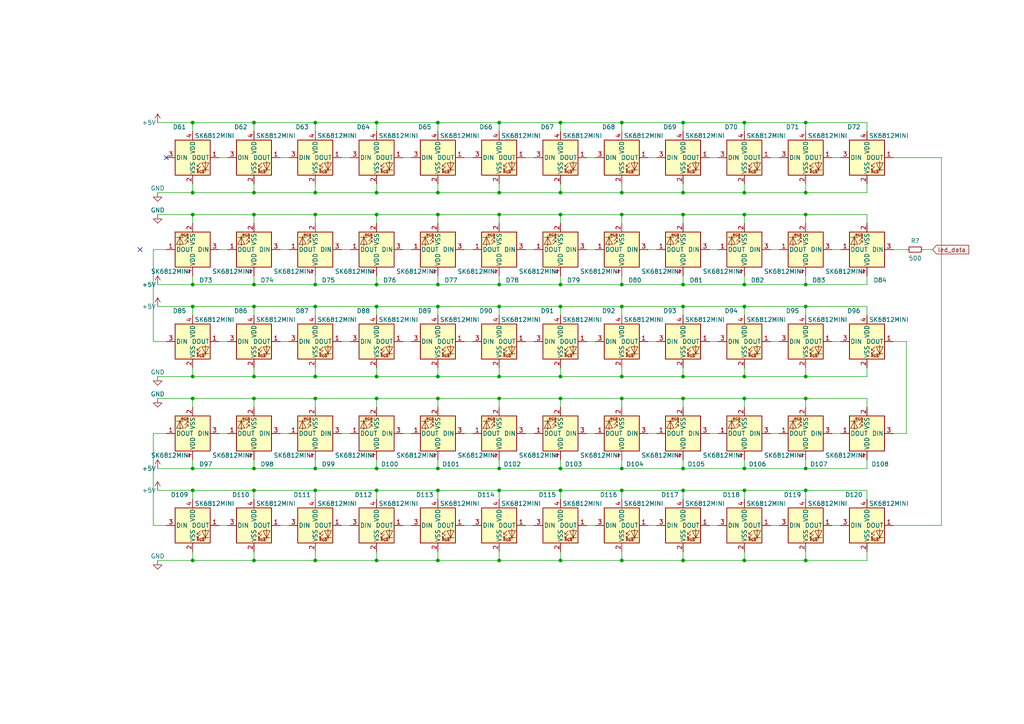
<source format=kicad_sch>
(kicad_sch (version 20211123) (generator eeschema)
  (paper "A4")
  (lib_symbols
    (symbol "Device:R_Small" (pin_numbers hide) (pin_names (offset 0.254) hide)
      (property "Reference" "R" (at 0.762 0.508 0))
      (property "Value" "R_Small" (at 0.762 -1.016 0))
      (symbol "R_Small_0_1"
        (rectangle (start -0.762 1.778) (end 0.762 -1.778) (stroke (width 0.2032)))
      )
      (symbol "R_Small_1_1"
        (pin passive line (at 0 2.54 270) (length 0.762) (name "~") (number "1"))
        (pin passive line (at 0 -2.54 90) (length 0.762) (name "~") (number "2"))
      )
    )
    (symbol "LED:SK6812MINI" (pin_names (offset 0.254))
      (property "Reference" "D" (at 5.08 5.715 0))
      (property "Value" "SK6812MINI" (at 1.27 -5.715 0))
      (symbol "SK6812MINI_0_0"
        (text "RGB" (at 2.286 -4.191 0) (effects (font (size 0.762 0.762))))
      )
      (symbol "SK6812MINI_0_1"
        (polyline (pts (xy 1.27 -3.556) (xy 1.778 -3.556)))
        (polyline (pts (xy 1.27 -2.54) (xy 1.778 -2.54)))
        (polyline (pts (xy 4.699 -3.556) (xy 2.667 -3.556)))
        (polyline (pts (xy 2.286 -2.54) (xy 1.27 -3.556) (xy 1.27 -3.048)))
        (polyline (pts (xy 2.286 -1.524) (xy 1.27 -2.54) (xy 1.27 -2.032)))
        (polyline (pts (xy 3.683 -1.016) (xy 3.683 -3.556) (xy 3.683 -4.064)))
        (polyline (pts (xy 4.699 -1.524) (xy 2.667 -1.524) (xy 3.683 -3.556) (xy 4.699 -1.524)))
        (rectangle (start 5.08 5.08) (end -5.08 -5.08) (stroke (width 0.254)) (fill (type background)))
      )
      (symbol "SK6812MINI_1_1"
        (pin output line (at 7.62 0 180) (length 2.54) (name "DOUT") (number "1"))
        (pin power_in line (at 0 -7.62 90) (length 2.54) (name "VSS") (number "2"))
        (pin input line (at -7.62 0 0) (length 2.54) (name "DIN") (number "3"))
        (pin power_in line (at 0 7.62 270) (length 2.54) (name "VDD") (number "4"))
      )
    )
    (symbol "power:+5V" (power) (pin_names (offset 0))
      (property "Value" "+5V" (at 0 3.556 0))
      (symbol "+5V_0_1"
        (polyline (pts (xy -0.762 1.27) (xy 0 2.54)))
        (polyline (pts (xy 0 0) (xy 0 2.54)))
        (polyline (pts (xy 0 2.54) (xy 0.762 1.27)))
      )
      (symbol "+5V_1_1"
        (pin power_in line (at 0 0 90) (length 0) hide (name "+5V") (number "1"))
      )
    )
    (symbol "power:GND" (power) (pin_names (offset 0))
      (property "Value" "GND" (at 0 -3.81 0))
      (symbol "GND_0_1"
        (polyline (pts (xy 0 0) (xy 0 -1.27) (xy 1.27 -1.27) (xy 0 -2.54) (xy -1.27 -1.27) (xy 0 -1.27)))
      )
      (symbol "GND_1_1"
        (pin power_in line (at 0 0 270) (length 0) hide (name "GND") (number "1"))
      )
    )
  )
  (junction (at 91.44 55.88))
  (junction (at 73.66 35.56))
  (junction (at 91.44 62.23))
  (junction (at 127 142.24))
  (junction (at 233.68 88.9))
  (junction (at 233.68 142.24))
  (junction (at 144.78 109.22))
  (junction (at 233.68 115.57))
  (junction (at 180.34 88.9))
  (junction (at 127 55.88))
  (junction (at 144.78 88.9))
  (junction (at 215.9 115.57))
  (junction (at 109.22 55.88))
  (junction (at 55.88 62.23))
  (junction (at 144.78 135.89))
  (junction (at 144.78 162.56))
  (junction (at 55.88 55.88))
  (junction (at 127 88.9))
  (junction (at 144.78 62.23))
  (junction (at 162.56 82.55))
  (junction (at 144.78 142.24))
  (junction (at 73.66 62.23))
  (junction (at 91.44 115.57))
  (junction (at 198.12 135.89))
  (junction (at 109.22 82.55))
  (junction (at 198.12 162.56))
  (junction (at 55.88 88.9))
  (junction (at 215.9 88.9))
  (junction (at 162.56 88.9))
  (junction (at 91.44 162.56))
  (junction (at 215.9 109.22))
  (junction (at 127 109.22))
  (junction (at 127 135.89))
  (junction (at 180.34 55.88))
  (junction (at 215.9 162.56))
  (junction (at 180.34 62.23))
  (junction (at 233.68 109.22))
  (junction (at 233.68 55.88))
  (junction (at 127 162.56))
  (junction (at 91.44 135.89))
  (junction (at 127 35.56))
  (junction (at 109.22 142.24))
  (junction (at 180.34 142.24))
  (junction (at 233.68 62.23))
  (junction (at 73.66 135.89))
  (junction (at 55.88 35.56))
  (junction (at 144.78 55.88))
  (junction (at 55.88 109.22))
  (junction (at 198.12 62.23))
  (junction (at 198.12 82.55))
  (junction (at 198.12 115.57))
  (junction (at 73.66 109.22))
  (junction (at 109.22 62.23))
  (junction (at 162.56 35.56))
  (junction (at 109.22 115.57))
  (junction (at 127 115.57))
  (junction (at 55.88 142.24))
  (junction (at 233.68 82.55))
  (junction (at 127 62.23))
  (junction (at 233.68 35.56))
  (junction (at 198.12 142.24))
  (junction (at 55.88 135.89))
  (junction (at 198.12 88.9))
  (junction (at 127 82.55))
  (junction (at 162.56 109.22))
  (junction (at 109.22 135.89))
  (junction (at 55.88 82.55))
  (junction (at 73.66 162.56))
  (junction (at 180.34 109.22))
  (junction (at 162.56 162.56))
  (junction (at 91.44 35.56))
  (junction (at 162.56 55.88))
  (junction (at 180.34 115.57))
  (junction (at 91.44 109.22))
  (junction (at 144.78 82.55))
  (junction (at 144.78 35.56))
  (junction (at 144.78 115.57))
  (junction (at 162.56 142.24))
  (junction (at 109.22 35.56))
  (junction (at 109.22 162.56))
  (junction (at 91.44 142.24))
  (junction (at 233.68 135.89))
  (junction (at 215.9 55.88))
  (junction (at 73.66 82.55))
  (junction (at 215.9 142.24))
  (junction (at 91.44 82.55))
  (junction (at 73.66 55.88))
  (junction (at 180.34 82.55))
  (junction (at 215.9 62.23))
  (junction (at 198.12 35.56))
  (junction (at 233.68 162.56))
  (junction (at 180.34 135.89))
  (junction (at 109.22 88.9))
  (junction (at 180.34 162.56))
  (junction (at 91.44 88.9))
  (junction (at 55.88 115.57))
  (junction (at 162.56 115.57))
  (junction (at 180.34 35.56))
  (junction (at 198.12 55.88))
  (junction (at 73.66 142.24))
  (junction (at 215.9 35.56))
  (junction (at 198.12 109.22))
  (junction (at 162.56 135.89))
  (junction (at 73.66 88.9))
  (junction (at 215.9 135.89))
  (junction (at 55.88 162.56))
  (junction (at 215.9 82.55))
  (junction (at 162.56 62.23))
  (junction (at 109.22 109.22))
  (junction (at 73.66 115.57))
  (no_connect (at 40.64 72.39))
  (no_connect (at 48.26 45.72))
  (wire (pts (xy 91.44 115.57) (xy 109.22 115.57)))
  (wire (pts (xy 215.9 82.55) (xy 233.68 82.55)))
  (wire (pts (xy 55.88 142.24) (xy 73.66 142.24)))
  (wire (pts (xy 215.9 53.34) (xy 215.9 55.88)))
  (wire (pts (xy 162.56 115.57) (xy 162.56 118.11)))
  (wire (pts (xy 215.9 88.9) (xy 233.68 88.9)))
  (wire (pts (xy 198.12 162.56) (xy 215.9 162.56)))
  (wire (pts (xy 91.44 35.56) (xy 109.22 35.56)))
  (wire (pts (xy 134.62 152.4) (xy 137.16 152.4)))
  (wire (pts (xy 109.22 109.22) (xy 127 109.22)))
  (wire (pts (xy 180.34 53.34) (xy 180.34 55.88)))
  (wire (pts (xy 251.46 162.56) (xy 251.46 160.02)))
  (wire (pts (xy 215.9 162.56) (xy 233.68 162.56)))
  (wire (pts (xy 91.44 88.9) (xy 91.44 91.44)))
  (wire (pts (xy 63.5 152.4) (xy 66.04 152.4)))
  (wire (pts (xy 251.46 88.9) (xy 251.46 91.44)))
  (wire (pts (xy 251.46 82.55) (xy 251.46 80.01)))
  (wire (pts (xy 162.56 162.56) (xy 180.34 162.56)))
  (wire (pts (xy 55.88 115.57) (xy 73.66 115.57)))
  (wire (pts (xy 73.66 62.23) (xy 73.66 64.77)))
  (wire (pts (xy 198.12 115.57) (xy 198.12 118.11)))
  (wire (pts (xy 116.84 125.73) (xy 119.38 125.73)))
  (wire (pts (xy 91.44 133.35) (xy 91.44 135.89)))
  (wire (pts (xy 127 135.89) (xy 144.78 135.89)))
  (wire (pts (xy 73.66 106.68) (xy 73.66 109.22)))
  (wire (pts (xy 144.78 82.55) (xy 162.56 82.55)))
  (wire (pts (xy 198.12 82.55) (xy 215.9 82.55)))
  (wire (pts (xy 198.12 62.23) (xy 198.12 64.77)))
  (wire (pts (xy 180.34 162.56) (xy 198.12 162.56)))
  (wire (pts (xy 233.68 82.55) (xy 251.46 82.55)))
  (wire (pts (xy 91.44 160.02) (xy 91.44 162.56)))
  (wire (pts (xy 99.06 152.4) (xy 101.6 152.4)))
  (wire (pts (xy 55.88 135.89) (xy 73.66 135.89)))
  (wire (pts (xy 162.56 88.9) (xy 162.56 91.44)))
  (wire (pts (xy 198.12 55.88) (xy 215.9 55.88)))
  (wire (pts (xy 198.12 80.01) (xy 198.12 82.55)))
  (wire (pts (xy 91.44 109.22) (xy 109.22 109.22)))
  (wire (pts (xy 91.44 82.55) (xy 109.22 82.55)))
  (wire (pts (xy 162.56 62.23) (xy 180.34 62.23)))
  (wire (pts (xy 127 162.56) (xy 144.78 162.56)))
  (wire (pts (xy 45.72 109.22) (xy 55.88 109.22)))
  (wire (pts (xy 233.68 162.56) (xy 251.46 162.56)))
  (wire (pts (xy 109.22 115.57) (xy 109.22 118.11)))
  (wire (pts (xy 180.34 88.9) (xy 198.12 88.9)))
  (wire (pts (xy 162.56 80.01) (xy 162.56 82.55)))
  (wire (pts (xy 180.34 133.35) (xy 180.34 135.89)))
  (wire (pts (xy 180.34 115.57) (xy 198.12 115.57)))
  (wire (pts (xy 162.56 135.89) (xy 180.34 135.89)))
  (wire (pts (xy 162.56 106.68) (xy 162.56 109.22)))
  (wire (pts (xy 187.96 72.39) (xy 190.5 72.39)))
  (wire (pts (xy 267.97 72.39) (xy 270.51 72.39)))
  (wire (pts (xy 251.46 115.57) (xy 251.46 118.11)))
  (wire (pts (xy 162.56 62.23) (xy 162.56 64.77)))
  (wire (pts (xy 116.84 45.72) (xy 119.38 45.72)))
  (wire (pts (xy 144.78 160.02) (xy 144.78 162.56)))
  (wire (pts (xy 81.28 72.39) (xy 83.82 72.39)))
  (wire (pts (xy 73.66 115.57) (xy 91.44 115.57)))
  (wire (pts (xy 198.12 88.9) (xy 215.9 88.9)))
  (wire (pts (xy 55.88 55.88) (xy 73.66 55.88)))
  (wire (pts (xy 152.4 99.06) (xy 154.94 99.06)))
  (wire (pts (xy 109.22 135.89) (xy 127 135.89)))
  (wire (pts (xy 109.22 133.35) (xy 109.22 135.89)))
  (wire (pts (xy 233.68 62.23) (xy 233.68 64.77)))
  (wire (pts (xy 91.44 142.24) (xy 91.44 144.78)))
  (wire (pts (xy 109.22 106.68) (xy 109.22 109.22)))
  (wire (pts (xy 127 80.01) (xy 127 82.55)))
  (wire (pts (xy 198.12 160.02) (xy 198.12 162.56)))
  (wire (pts (xy 73.66 142.24) (xy 91.44 142.24)))
  (wire (pts (xy 109.22 55.88) (xy 127 55.88)))
  (wire (pts (xy 45.72 35.56) (xy 55.88 35.56)))
  (wire (pts (xy 180.34 35.56) (xy 198.12 35.56)))
  (wire (pts (xy 44.45 99.06) (xy 48.26 99.06)))
  (wire (pts (xy 233.68 115.57) (xy 233.68 118.11)))
  (wire (pts (xy 215.9 80.01) (xy 215.9 82.55)))
  (wire (pts (xy 215.9 142.24) (xy 233.68 142.24)))
  (wire (pts (xy 162.56 88.9) (xy 180.34 88.9)))
  (wire (pts (xy 91.44 135.89) (xy 109.22 135.89)))
  (wire (pts (xy 73.66 109.22) (xy 91.44 109.22)))
  (wire (pts (xy 233.68 88.9) (xy 251.46 88.9)))
  (wire (pts (xy 198.12 53.34) (xy 198.12 55.88)))
  (wire (pts (xy 127 62.23) (xy 127 64.77)))
  (wire (pts (xy 55.88 91.44) (xy 55.88 88.9)))
  (wire (pts (xy 233.68 115.57) (xy 251.46 115.57)))
  (wire (pts (xy 63.5 99.06) (xy 66.04 99.06)))
  (wire (pts (xy 44.45 125.73) (xy 48.26 125.73)))
  (wire (pts (xy 215.9 88.9) (xy 215.9 91.44)))
  (wire (pts (xy 170.18 99.06) (xy 172.72 99.06)))
  (wire (pts (xy 73.66 160.02) (xy 73.66 162.56)))
  (wire (pts (xy 127 142.24) (xy 127 144.78)))
  (wire (pts (xy 144.78 53.34) (xy 144.78 55.88)))
  (wire (pts (xy 144.78 88.9) (xy 162.56 88.9)))
  (wire (pts (xy 63.5 72.39) (xy 66.04 72.39)))
  (wire (pts (xy 73.66 35.56) (xy 73.66 38.1)))
  (wire (pts (xy 45.72 142.24) (xy 55.88 142.24)))
  (wire (pts (xy 187.96 152.4) (xy 190.5 152.4)))
  (wire (pts (xy 223.52 72.39) (xy 226.06 72.39)))
  (wire (pts (xy 162.56 115.57) (xy 180.34 115.57)))
  (wire (pts (xy 81.28 125.73) (xy 83.82 125.73)))
  (wire (pts (xy 198.12 35.56) (xy 198.12 38.1)))
  (wire (pts (xy 273.05 152.4) (xy 273.05 45.72)))
  (wire (pts (xy 233.68 88.9) (xy 233.68 91.44)))
  (wire (pts (xy 241.3 45.72) (xy 243.84 45.72)))
  (wire (pts (xy 144.78 62.23) (xy 144.78 64.77)))
  (wire (pts (xy 187.96 99.06) (xy 190.5 99.06)))
  (wire (pts (xy 170.18 152.4) (xy 172.72 152.4)))
  (wire (pts (xy 162.56 142.24) (xy 162.56 144.78)))
  (wire (pts (xy 134.62 125.73) (xy 137.16 125.73)))
  (wire (pts (xy 180.34 80.01) (xy 180.34 82.55)))
  (wire (pts (xy 73.66 142.24) (xy 73.66 144.78)))
  (wire (pts (xy 162.56 35.56) (xy 162.56 38.1)))
  (wire (pts (xy 55.88 162.56) (xy 73.66 162.56)))
  (wire (pts (xy 127 88.9) (xy 144.78 88.9)))
  (wire (pts (xy 45.72 82.55) (xy 55.88 82.55)))
  (wire (pts (xy 233.68 106.68) (xy 233.68 109.22)))
  (wire (pts (xy 55.88 118.11) (xy 55.88 115.57)))
  (wire (pts (xy 55.88 62.23) (xy 73.66 62.23)))
  (wire (pts (xy 55.88 38.1) (xy 55.88 35.56)))
  (wire (pts (xy 44.45 72.39) (xy 44.45 99.06)))
  (wire (pts (xy 180.34 88.9) (xy 180.34 91.44)))
  (wire (pts (xy 180.34 106.68) (xy 180.34 109.22)))
  (wire (pts (xy 162.56 133.35) (xy 162.56 135.89)))
  (wire (pts (xy 259.08 45.72) (xy 273.05 45.72)))
  (wire (pts (xy 144.78 115.57) (xy 162.56 115.57)))
  (wire (pts (xy 251.46 55.88) (xy 251.46 53.34)))
  (wire (pts (xy 109.22 88.9) (xy 127 88.9)))
  (wire (pts (xy 180.34 142.24) (xy 180.34 144.78)))
  (wire (pts (xy 152.4 125.73) (xy 154.94 125.73)))
  (wire (pts (xy 259.08 72.39) (xy 262.89 72.39)))
  (wire (pts (xy 205.74 45.72) (xy 208.28 45.72)))
  (wire (pts (xy 127 62.23) (xy 144.78 62.23)))
  (wire (pts (xy 55.88 82.55) (xy 73.66 82.55)))
  (wire (pts (xy 45.72 88.9) (xy 55.88 88.9)))
  (wire (pts (xy 99.06 99.06) (xy 101.6 99.06)))
  (wire (pts (xy 109.22 80.01) (xy 109.22 82.55)))
  (wire (pts (xy 144.78 142.24) (xy 144.78 144.78)))
  (wire (pts (xy 45.72 162.56) (xy 55.88 162.56)))
  (wire (pts (xy 215.9 135.89) (xy 233.68 135.89)))
  (wire (pts (xy 109.22 35.56) (xy 109.22 38.1)))
  (wire (pts (xy 162.56 53.34) (xy 162.56 55.88)))
  (wire (pts (xy 116.84 99.06) (xy 119.38 99.06)))
  (wire (pts (xy 187.96 45.72) (xy 190.5 45.72)))
  (wire (pts (xy 251.46 62.23) (xy 251.46 64.77)))
  (wire (pts (xy 198.12 142.24) (xy 215.9 142.24)))
  (wire (pts (xy 215.9 109.22) (xy 233.68 109.22)))
  (wire (pts (xy 116.84 152.4) (xy 119.38 152.4)))
  (wire (pts (xy 109.22 35.56) (xy 127 35.56)))
  (wire (pts (xy 205.74 152.4) (xy 208.28 152.4)))
  (wire (pts (xy 55.88 106.68) (xy 55.88 109.22)))
  (wire (pts (xy 198.12 35.56) (xy 215.9 35.56)))
  (wire (pts (xy 241.3 125.73) (xy 243.84 125.73)))
  (wire (pts (xy 99.06 72.39) (xy 101.6 72.39)))
  (wire (pts (xy 91.44 115.57) (xy 91.44 118.11)))
  (wire (pts (xy 215.9 115.57) (xy 233.68 115.57)))
  (wire (pts (xy 251.46 135.89) (xy 251.46 133.35)))
  (wire (pts (xy 205.74 125.73) (xy 208.28 125.73)))
  (wire (pts (xy 44.45 125.73) (xy 44.45 152.4)))
  (wire (pts (xy 152.4 45.72) (xy 154.94 45.72)))
  (wire (pts (xy 91.44 35.56) (xy 91.44 38.1)))
  (wire (pts (xy 144.78 115.57) (xy 144.78 118.11)))
  (wire (pts (xy 241.3 72.39) (xy 243.84 72.39)))
  (wire (pts (xy 233.68 80.01) (xy 233.68 82.55)))
  (wire (pts (xy 262.89 99.06) (xy 262.89 125.73)))
  (wire (pts (xy 259.08 99.06) (xy 262.89 99.06)))
  (wire (pts (xy 233.68 142.24) (xy 233.68 144.78)))
  (wire (pts (xy 109.22 82.55) (xy 127 82.55)))
  (wire (pts (xy 127 133.35) (xy 127 135.89)))
  (wire (pts (xy 215.9 35.56) (xy 215.9 38.1)))
  (wire (pts (xy 215.9 133.35) (xy 215.9 135.89)))
  (wire (pts (xy 91.44 88.9) (xy 109.22 88.9)))
  (wire (pts (xy 215.9 55.88) (xy 233.68 55.88)))
  (wire (pts (xy 55.88 80.01) (xy 55.88 82.55)))
  (wire (pts (xy 127 53.34) (xy 127 55.88)))
  (wire (pts (xy 55.88 109.22) (xy 73.66 109.22)))
  (wire (pts (xy 198.12 142.24) (xy 198.12 144.78)))
  (wire (pts (xy 241.3 152.4) (xy 243.84 152.4)))
  (wire (pts (xy 180.34 62.23) (xy 180.34 64.77)))
  (wire (pts (xy 144.78 109.22) (xy 162.56 109.22)))
  (wire (pts (xy 198.12 62.23) (xy 215.9 62.23)))
  (wire (pts (xy 55.88 144.78) (xy 55.88 142.24)))
  (wire (pts (xy 134.62 45.72) (xy 137.16 45.72)))
  (wire (pts (xy 215.9 160.02) (xy 215.9 162.56)))
  (wire (pts (xy 198.12 115.57) (xy 215.9 115.57)))
  (wire (pts (xy 109.22 62.23) (xy 109.22 64.77)))
  (wire (pts (xy 73.66 82.55) (xy 91.44 82.55)))
  (wire (pts (xy 223.52 125.73) (xy 226.06 125.73)))
  (wire (pts (xy 152.4 152.4) (xy 154.94 152.4)))
  (wire (pts (xy 109.22 142.24) (xy 109.22 144.78)))
  (wire (pts (xy 215.9 62.23) (xy 215.9 64.77)))
  (wire (pts (xy 144.78 35.56) (xy 162.56 35.56)))
  (wire (pts (xy 109.22 162.56) (xy 127 162.56)))
  (wire (pts (xy 91.44 53.34) (xy 91.44 55.88)))
  (wire (pts (xy 187.96 125.73) (xy 190.5 125.73)))
  (wire (pts (xy 91.44 162.56) (xy 109.22 162.56)))
  (wire (pts (xy 233.68 142.24) (xy 251.46 142.24)))
  (wire (pts (xy 162.56 160.02) (xy 162.56 162.56)))
  (wire (pts (xy 73.66 88.9) (xy 73.66 91.44)))
  (wire (pts (xy 205.74 72.39) (xy 208.28 72.39)))
  (wire (pts (xy 215.9 62.23) (xy 233.68 62.23)))
  (wire (pts (xy 198.12 88.9) (xy 198.12 91.44)))
  (wire (pts (xy 109.22 115.57) (xy 127 115.57)))
  (wire (pts (xy 73.66 88.9) (xy 91.44 88.9)))
  (wire (pts (xy 233.68 53.34) (xy 233.68 55.88)))
  (wire (pts (xy 233.68 62.23) (xy 251.46 62.23)))
  (wire (pts (xy 180.34 115.57) (xy 180.34 118.11)))
  (wire (pts (xy 55.88 133.35) (xy 55.88 135.89)))
  (wire (pts (xy 162.56 109.22) (xy 180.34 109.22)))
  (wire (pts (xy 73.66 135.89) (xy 91.44 135.89)))
  (wire (pts (xy 144.78 162.56) (xy 162.56 162.56)))
  (wire (pts (xy 91.44 80.01) (xy 91.44 82.55)))
  (wire (pts (xy 144.78 80.01) (xy 144.78 82.55)))
  (wire (pts (xy 45.72 55.88) (xy 55.88 55.88)))
  (wire (pts (xy 152.4 72.39) (xy 154.94 72.39)))
  (wire (pts (xy 127 88.9) (xy 127 91.44)))
  (wire (pts (xy 144.78 55.88) (xy 162.56 55.88)))
  (wire (pts (xy 144.78 106.68) (xy 144.78 109.22)))
  (wire (pts (xy 251.46 109.22) (xy 251.46 106.68)))
  (wire (pts (xy 180.34 142.24) (xy 198.12 142.24)))
  (wire (pts (xy 144.78 135.89) (xy 162.56 135.89)))
  (wire (pts (xy 91.44 142.24) (xy 109.22 142.24)))
  (wire (pts (xy 73.66 115.57) (xy 73.66 118.11)))
  (wire (pts (xy 198.12 135.89) (xy 215.9 135.89)))
  (wire (pts (xy 180.34 62.23) (xy 198.12 62.23)))
  (wire (pts (xy 233.68 35.56) (xy 251.46 35.56)))
  (wire (pts (xy 127 115.57) (xy 144.78 115.57)))
  (wire (pts (xy 144.78 35.56) (xy 144.78 38.1)))
  (wire (pts (xy 91.44 106.68) (xy 91.44 109.22)))
  (wire (pts (xy 73.66 62.23) (xy 91.44 62.23)))
  (wire (pts (xy 91.44 62.23) (xy 109.22 62.23)))
  (wire (pts (xy 73.66 35.56) (xy 91.44 35.56)))
  (wire (pts (xy 99.06 45.72) (xy 101.6 45.72)))
  (wire (pts (xy 180.34 109.22) (xy 198.12 109.22)))
  (wire (pts (xy 259.08 125.73) (xy 262.89 125.73)))
  (wire (pts (xy 73.66 162.56) (xy 91.44 162.56)))
  (wire (pts (xy 144.78 142.24) (xy 162.56 142.24)))
  (wire (pts (xy 109.22 160.02) (xy 109.22 162.56)))
  (wire (pts (xy 198.12 106.68) (xy 198.12 109.22)))
  (wire (pts (xy 180.34 82.55) (xy 198.12 82.55)))
  (wire (pts (xy 205.74 99.06) (xy 208.28 99.06)))
  (wire (pts (xy 180.34 35.56) (xy 180.34 38.1)))
  (wire (pts (xy 215.9 35.56) (xy 233.68 35.56)))
  (wire (pts (xy 241.3 99.06) (xy 243.84 99.06)))
  (wire (pts (xy 144.78 62.23) (xy 162.56 62.23)))
  (wire (pts (xy 162.56 35.56) (xy 180.34 35.56)))
  (wire (pts (xy 81.28 45.72) (xy 83.82 45.72)))
  (wire (pts (xy 127 160.02) (xy 127 162.56)))
  (wire (pts (xy 259.08 152.4) (xy 273.05 152.4)))
  (wire (pts (xy 180.34 160.02) (xy 180.34 162.56)))
  (wire (pts (xy 251.46 35.56) (xy 251.46 38.1)))
  (wire (pts (xy 233.68 35.56) (xy 233.68 38.1)))
  (wire (pts (xy 109.22 62.23) (xy 127 62.23)))
  (wire (pts (xy 170.18 72.39) (xy 172.72 72.39)))
  (wire (pts (xy 251.46 142.24) (xy 251.46 144.78)))
  (wire (pts (xy 45.72 62.23) (xy 55.88 62.23)))
  (wire (pts (xy 134.62 99.06) (xy 137.16 99.06)))
  (wire (pts (xy 180.34 135.89) (xy 198.12 135.89)))
  (wire (pts (xy 73.66 80.01) (xy 73.66 82.55)))
  (wire (pts (xy 109.22 88.9) (xy 109.22 91.44)))
  (wire (pts (xy 55.88 64.77) (xy 55.88 62.23)))
  (wire (pts (xy 127 35.56) (xy 144.78 35.56)))
  (wire (pts (xy 134.62 72.39) (xy 137.16 72.39)))
  (wire (pts (xy 127 115.57) (xy 127 118.11)))
  (wire (pts (xy 162.56 82.55) (xy 180.34 82.55)))
  (wire (pts (xy 63.5 125.73) (xy 66.04 125.73)))
  (wire (pts (xy 144.78 133.35) (xy 144.78 135.89)))
  (wire (pts (xy 223.52 99.06) (xy 226.06 99.06)))
  (wire (pts (xy 198.12 133.35) (xy 198.12 135.89)))
  (wire (pts (xy 91.44 62.23) (xy 91.44 64.77)))
  (wire (pts (xy 116.84 72.39) (xy 119.38 72.39)))
  (wire (pts (xy 45.72 115.57) (xy 55.88 115.57)))
  (wire (pts (xy 233.68 133.35) (xy 233.68 135.89)))
  (wire (pts (xy 81.28 152.4) (xy 83.82 152.4)))
  (wire (pts (xy 223.52 152.4) (xy 226.06 152.4)))
  (wire (pts (xy 162.56 55.88) (xy 180.34 55.88)))
  (wire (pts (xy 81.28 99.06) (xy 83.82 99.06)))
  (wire (pts (xy 91.44 55.88) (xy 109.22 55.88)))
  (wire (pts (xy 55.88 160.02) (xy 55.88 162.56)))
  (wire (pts (xy 73.66 55.88) (xy 91.44 55.88)))
  (wire (pts (xy 198.12 109.22) (xy 215.9 109.22)))
  (wire (pts (xy 55.88 35.56) (xy 73.66 35.56)))
  (wire (pts (xy 127 55.88) (xy 144.78 55.88)))
  (wire (pts (xy 127 106.68) (xy 127 109.22)))
  (wire (pts (xy 170.18 45.72) (xy 172.72 45.72)))
  (wire (pts (xy 73.66 133.35) (xy 73.66 135.89)))
  (wire (pts (xy 73.66 53.34) (xy 73.66 55.88)))
  (wire (pts (xy 162.56 142.24) (xy 180.34 142.24)))
  (wire (pts (xy 215.9 115.57) (xy 215.9 118.11)))
  (wire (pts (xy 109.22 142.24) (xy 127 142.24)))
  (wire (pts (xy 233.68 55.88) (xy 251.46 55.88)))
  (wire (pts (xy 109.22 53.34) (xy 109.22 55.88)))
  (wire (pts (xy 223.52 45.72) (xy 226.06 45.72)))
  (wire (pts (xy 55.88 53.34) (xy 55.88 55.88)))
  (wire (pts (xy 44.45 152.4) (xy 48.26 152.4)))
  (wire (pts (xy 127 109.22) (xy 144.78 109.22)))
  (wire (pts (xy 215.9 142.24) (xy 215.9 144.78)))
  (wire (pts (xy 180.34 55.88) (xy 198.12 55.88)))
  (wire (pts (xy 215.9 106.68) (xy 215.9 109.22)))
  (wire (pts (xy 127 35.56) (xy 127 38.1)))
  (wire (pts (xy 144.78 88.9) (xy 144.78 91.44)))
  (wire (pts (xy 233.68 135.89) (xy 251.46 135.89)))
  (wire (pts (xy 63.5 45.72) (xy 66.04 45.72)))
  (wire (pts (xy 44.45 72.39) (xy 48.26 72.39)))
  (wire (pts (xy 233.68 160.02) (xy 233.68 162.56)))
  (wire (pts (xy 45.72 135.89) (xy 55.88 135.89)))
  (wire (pts (xy 233.68 109.22) (xy 251.46 109.22)))
  (wire (pts (xy 55.88 88.9) (xy 73.66 88.9)))
  (wire (pts (xy 170.18 125.73) (xy 172.72 125.73)))
  (wire (pts (xy 127 142.24) (xy 144.78 142.24)))
  (wire (pts (xy 99.06 125.73) (xy 101.6 125.73)))
  (wire (pts (xy 127 82.55) (xy 144.78 82.55)))
  (global_label "led_data" (shape input) (at 270.51 72.39 0) (property "Intersheet References" "${INTERSHEET_REFS}" (effects hide)))
  (symbol (lib_id "LED:SK6812MINI") (at 251.46 152.4 0) (unit 1)
    (property "Reference" "D120" (at 247.65 143.51 0))
    (property "Value" "SK6812MINI" (at 257.81 146.05 0))
    (property "Footprint" "Keebio-Parts:SK6812-MINI-E" (effects hide))
    (property "Datasheet" "https://cdn-shop.adafruit.com/product-files/2686/SK6812MINI_REV.01-1-2.pdf" (effects hide))
  )
  (symbol (lib_id "LED:SK6812MINI") (at 251.46 125.73 180) (unit 1)
    (property "Reference" "D108" (at 255.27 134.62 0))
    (property "Value" "SK6812MINI" (at 245.11 132.08 0))
    (property "Footprint" "Keebio-Parts:SK6812-MINI-E" (effects hide))
    (property "Datasheet" "https://cdn-shop.adafruit.com/product-files/2686/SK6812MINI_REV.01-1-2.pdf" (effects hide))
  )
  (symbol (lib_id "LED:SK6812MINI") (at 91.44 152.4 0) (unit 1)
    (property "Reference" "D111" (at 87.63 143.51 0))
    (property "Value" "SK6812MINI" (at 97.79 146.05 0))
    (property "Footprint" "Keebio-Parts:SK6812-MINI-E" (effects hide))
    (property "Datasheet" "https://cdn-shop.adafruit.com/product-files/2686/SK6812MINI_REV.01-1-2.pdf" (effects hide))
  )
  (symbol (lib_id "LED:SK6812MINI") (at 127 72.39 180) (unit 1)
    (property "Reference" "D77" (at 130.81 81.28 0))
    (property "Value" "SK6812MINI" (at 120.65 78.74 0))
    (property "Footprint" "Keebio-Parts:SK6812-MINI-E" (effects hide))
    (property "Datasheet" "https://cdn-shop.adafruit.com/product-files/2686/SK6812MINI_REV.01-1-2.pdf" (effects hide))
  )
  (symbol (lib_id "power:+5V") (at 45.72 82.55 0) (unit 1)
    (property "Reference" "#PWR0103" (effects hide))
    (property "Value" "+5V" (at 43.18 82.55 0))
  )
  (symbol (lib_id "power:GND") (at 45.72 62.23 0) (unit 1)
    (property "Reference" "#PWR0102" (effects hide))
    (property "Value" "GND" (at 45.72 60.96 0))
  )
  (symbol (lib_id "LED:SK6812MINI") (at 73.66 45.72 0) (unit 1)
    (property "Reference" "D62" (at 69.85 36.83 0))
    (property "Value" "SK6812MINI" (at 80.01 39.37 0))
    (property "Footprint" "Keebio-Parts:SK6812-MINI-E" (effects hide))
    (property "Datasheet" "https://cdn-shop.adafruit.com/product-files/2686/SK6812MINI_REV.01-1-2.pdf" (effects hide))
  )
  (symbol (lib_id "LED:SK6812MINI") (at 91.44 125.73 180) (unit 1)
    (property "Reference" "D99" (at 95.25 134.62 0))
    (property "Value" "SK6812MINI" (at 85.09 132.08 0))
    (property "Footprint" "Keebio-Parts:SK6812-MINI-E" (effects hide))
    (property "Datasheet" "https://cdn-shop.adafruit.com/product-files/2686/SK6812MINI_REV.01-1-2.pdf" (effects hide))
  )
  (symbol (lib_id "LED:SK6812MINI") (at 198.12 152.4 0) (unit 1)
    (property "Reference" "D117" (at 194.31 143.51 0))
    (property "Value" "SK6812MINI" (at 204.47 146.05 0))
    (property "Footprint" "Keebio-Parts:SK6812-MINI-E" (effects hide))
    (property "Datasheet" "https://cdn-shop.adafruit.com/product-files/2686/SK6812MINI_REV.01-1-2.pdf" (effects hide))
  )
  (symbol (lib_id "LED:SK6812MINI") (at 144.78 152.4 0) (unit 1)
    (property "Reference" "D114" (at 140.97 143.51 0))
    (property "Value" "SK6812MINI" (at 151.13 146.05 0))
    (property "Footprint" "Keebio-Parts:SK6812-MINI-E" (effects hide))
    (property "Datasheet" "https://cdn-shop.adafruit.com/product-files/2686/SK6812MINI_REV.01-1-2.pdf" (effects hide))
  )
  (symbol (lib_id "LED:SK6812MINI") (at 109.22 152.4 0) (unit 1)
    (property "Reference" "D112" (at 105.41 143.51 0))
    (property "Value" "SK6812MINI" (at 115.57 146.05 0))
    (property "Footprint" "Keebio-Parts:SK6812-MINI-E" (effects hide))
    (property "Datasheet" "https://cdn-shop.adafruit.com/product-files/2686/SK6812MINI_REV.01-1-2.pdf" (effects hide))
  )
  (symbol (lib_id "LED:SK6812MINI") (at 198.12 125.73 180) (unit 1)
    (property "Reference" "D105" (at 201.93 134.62 0))
    (property "Value" "SK6812MINI" (at 191.77 132.08 0))
    (property "Footprint" "Keebio-Parts:SK6812-MINI-E" (effects hide))
    (property "Datasheet" "https://cdn-shop.adafruit.com/product-files/2686/SK6812MINI_REV.01-1-2.pdf" (effects hide))
  )
  (symbol (lib_id "LED:SK6812MINI") (at 215.9 99.06 0) (unit 1)
    (property "Reference" "D94" (at 212.09 90.17 0))
    (property "Value" "SK6812MINI" (at 222.25 92.71 0))
    (property "Footprint" "Keebio-Parts:SK6812-MINI-E" (effects hide))
    (property "Datasheet" "https://cdn-shop.adafruit.com/product-files/2686/SK6812MINI_REV.01-1-2.pdf" (effects hide))
  )
  (symbol (lib_id "LED:SK6812MINI") (at 91.44 72.39 180) (unit 1)
    (property "Reference" "D75" (at 95.25 81.28 0))
    (property "Value" "SK6812MINI" (at 85.09 78.74 0))
    (property "Footprint" "Keebio-Parts:SK6812-MINI-E" (effects hide))
    (property "Datasheet" "https://cdn-shop.adafruit.com/product-files/2686/SK6812MINI_REV.01-1-2.pdf" (effects hide))
  )
  (symbol (lib_id "power:GND") (at 45.72 55.88 0) (unit 1)
    (property "Reference" "#PWR05" (effects hide))
    (property "Value" "GND" (at 45.72 54.61 0))
  )
  (symbol (lib_id "LED:SK6812MINI") (at 73.66 152.4 0) (unit 1)
    (property "Reference" "D110" (at 69.85 143.51 0))
    (property "Value" "SK6812MINI" (at 80.01 146.05 0))
    (property "Footprint" "Keebio-Parts:SK6812-MINI-E" (effects hide))
    (property "Datasheet" "https://cdn-shop.adafruit.com/product-files/2686/SK6812MINI_REV.01-1-2.pdf" (effects hide))
  )
  (symbol (lib_id "LED:SK6812MINI") (at 144.78 72.39 180) (unit 1)
    (property "Reference" "D78" (at 148.59 81.28 0))
    (property "Value" "SK6812MINI" (at 138.43 78.74 0))
    (property "Footprint" "Keebio-Parts:SK6812-MINI-E" (effects hide))
    (property "Datasheet" "https://cdn-shop.adafruit.com/product-files/2686/SK6812MINI_REV.01-1-2.pdf" (effects hide))
  )
  (symbol (lib_id "LED:SK6812MINI") (at 198.12 72.39 180) (unit 1)
    (property "Reference" "D81" (at 201.93 81.28 0))
    (property "Value" "SK6812MINI" (at 191.77 78.74 0))
    (property "Footprint" "Keebio-Parts:SK6812-MINI-E" (effects hide))
    (property "Datasheet" "https://cdn-shop.adafruit.com/product-files/2686/SK6812MINI_REV.01-1-2.pdf" (effects hide))
  )
  (symbol (lib_id "LED:SK6812MINI") (at 127 152.4 0) (unit 1)
    (property "Reference" "D113" (at 123.19 143.51 0))
    (property "Value" "SK6812MINI" (at 133.35 146.05 0))
    (property "Footprint" "Keebio-Parts:SK6812-MINI-E" (effects hide))
    (property "Datasheet" "https://cdn-shop.adafruit.com/product-files/2686/SK6812MINI_REV.01-1-2.pdf" (effects hide))
  )
  (symbol (lib_id "LED:SK6812MINI") (at 162.56 125.73 180) (unit 1)
    (property "Reference" "D103" (at 166.37 134.62 0))
    (property "Value" "SK6812MINI" (at 156.21 132.08 0))
    (property "Footprint" "Keebio-Parts:SK6812-MINI-E" (effects hide))
    (property "Datasheet" "https://cdn-shop.adafruit.com/product-files/2686/SK6812MINI_REV.01-1-2.pdf" (effects hide))
  )
  (symbol (lib_id "LED:SK6812MINI") (at 162.56 45.72 0) (unit 1)
    (property "Reference" "D67" (at 158.75 36.83 0))
    (property "Value" "SK6812MINI" (at 168.91 39.37 0))
    (property "Footprint" "Keebio-Parts:SK6812-MINI-E" (effects hide))
    (property "Datasheet" "https://cdn-shop.adafruit.com/product-files/2686/SK6812MINI_REV.01-1-2.pdf" (effects hide))
  )
  (symbol (lib_id "LED:SK6812MINI") (at 215.9 152.4 0) (unit 1)
    (property "Reference" "D118" (at 212.09 143.51 0))
    (property "Value" "SK6812MINI" (at 222.25 146.05 0))
    (property "Footprint" "Keebio-Parts:SK6812-MINI-E" (effects hide))
    (property "Datasheet" "https://cdn-shop.adafruit.com/product-files/2686/SK6812MINI_REV.01-1-2.pdf" (effects hide))
  )
  (symbol (lib_id "LED:SK6812MINI") (at 73.66 72.39 180) (unit 1)
    (property "Reference" "D74" (at 77.47 81.28 0))
    (property "Value" "SK6812MINI" (at 67.31 78.74 0))
    (property "Footprint" "Keebio-Parts:SK6812-MINI-E" (effects hide))
    (property "Datasheet" "https://cdn-shop.adafruit.com/product-files/2686/SK6812MINI_REV.01-1-2.pdf" (effects hide))
  )
  (symbol (lib_id "power:+5V") (at 45.72 142.24 0) (unit 1)
    (property "Reference" "#PWR012" (effects hide))
    (property "Value" "+5V" (at 43.18 142.24 0))
  )
  (symbol (lib_id "LED:SK6812MINI") (at 233.68 45.72 0) (unit 1)
    (property "Reference" "D71" (at 229.87 36.83 0))
    (property "Value" "SK6812MINI" (at 240.03 39.37 0))
    (property "Footprint" "Keebio-Parts:SK6812-MINI-E" (effects hide))
    (property "Datasheet" "https://cdn-shop.adafruit.com/product-files/2686/SK6812MINI_REV.01-1-2.pdf" (effects hide))
  )
  (symbol (lib_id "LED:SK6812MINI") (at 91.44 45.72 0) (unit 1)
    (property "Reference" "D63" (at 87.63 36.83 0))
    (property "Value" "SK6812MINI" (at 97.79 39.37 0))
    (property "Footprint" "Keebio-Parts:SK6812-MINI-E" (effects hide))
    (property "Datasheet" "https://cdn-shop.adafruit.com/product-files/2686/SK6812MINI_REV.01-1-2.pdf" (effects hide))
  )
  (symbol (lib_id "LED:SK6812MINI") (at 73.66 125.73 180) (unit 1)
    (property "Reference" "D98" (at 77.47 134.62 0))
    (property "Value" "SK6812MINI" (at 67.31 132.08 0))
    (property "Footprint" "Keebio-Parts:SK6812-MINI-E" (effects hide))
    (property "Datasheet" "https://cdn-shop.adafruit.com/product-files/2686/SK6812MINI_REV.01-1-2.pdf" (effects hide))
  )
  (symbol (lib_id "LED:SK6812MINI") (at 55.88 72.39 180) (unit 1)
    (property "Reference" "D73" (at 59.69 81.28 0))
    (property "Value" "SK6812MINI" (at 49.53 78.74 0))
    (property "Footprint" "Keebio-Parts:SK6812-MINI-E" (effects hide))
    (property "Datasheet" "https://cdn-shop.adafruit.com/product-files/2686/SK6812MINI_REV.01-1-2.pdf" (effects hide))
  )
  (symbol (lib_id "LED:SK6812MINI") (at 109.22 99.06 0) (unit 1)
    (property "Reference" "D88" (at 105.41 90.17 0))
    (property "Value" "SK6812MINI" (at 115.57 92.71 0))
    (property "Footprint" "Keebio-Parts:SK6812-MINI-E" (effects hide))
    (property "Datasheet" "https://cdn-shop.adafruit.com/product-files/2686/SK6812MINI_REV.01-1-2.pdf" (effects hide))
  )
  (symbol (lib_id "LED:SK6812MINI") (at 73.66 99.06 0) (unit 1)
    (property "Reference" "D86" (at 69.85 90.17 0))
    (property "Value" "SK6812MINI" (at 80.01 92.71 0))
    (property "Footprint" "Keebio-Parts:SK6812-MINI-E" (effects hide))
    (property "Datasheet" "https://cdn-shop.adafruit.com/product-files/2686/SK6812MINI_REV.01-1-2.pdf" (effects hide))
  )
  (symbol (lib_id "LED:SK6812MINI") (at 91.44 99.06 0) (unit 1)
    (property "Reference" "D87" (at 87.63 90.17 0))
    (property "Value" "SK6812MINI" (at 97.79 92.71 0))
    (property "Footprint" "Keebio-Parts:SK6812-MINI-E" (effects hide))
    (property "Datasheet" "https://cdn-shop.adafruit.com/product-files/2686/SK6812MINI_REV.01-1-2.pdf" (effects hide))
  )
  (symbol (lib_id "power:+5V") (at 45.72 88.9 0) (unit 1)
    (property "Reference" "#PWR08" (effects hide))
    (property "Value" "+5V" (at 43.18 88.9 0))
  )
  (symbol (lib_id "LED:SK6812MINI") (at 109.22 45.72 0) (unit 1)
    (property "Reference" "D64" (at 105.41 36.83 0))
    (property "Value" "SK6812MINI" (at 115.57 39.37 0))
    (property "Footprint" "Keebio-Parts:SK6812-MINI-E" (effects hide))
    (property "Datasheet" "https://cdn-shop.adafruit.com/product-files/2686/SK6812MINI_REV.01-1-2.pdf" (effects hide))
  )
  (symbol (lib_id "LED:SK6812MINI") (at 180.34 45.72 0) (unit 1)
    (property "Reference" "D68" (at 176.53 36.83 0))
    (property "Value" "SK6812MINI" (at 186.69 39.37 0))
    (property "Footprint" "Keebio-Parts:SK6812-MINI-E" (effects hide))
    (property "Datasheet" "https://cdn-shop.adafruit.com/product-files/2686/SK6812MINI_REV.01-1-2.pdf" (effects hide))
  )
  (symbol (lib_id "LED:SK6812MINI") (at 233.68 152.4 0) (unit 1)
    (property "Reference" "D119" (at 229.87 143.51 0))
    (property "Value" "SK6812MINI" (at 240.03 146.05 0))
    (property "Footprint" "Keebio-Parts:SK6812-MINI-E" (effects hide))
    (property "Datasheet" "https://cdn-shop.adafruit.com/product-files/2686/SK6812MINI_REV.01-1-2.pdf" (effects hide))
  )
  (symbol (lib_id "LED:SK6812MINI") (at 180.34 99.06 0) (unit 1)
    (property "Reference" "D92" (at 176.53 90.17 0))
    (property "Value" "SK6812MINI" (at 186.69 92.71 0))
    (property "Footprint" "Keebio-Parts:SK6812-MINI-E" (effects hide))
    (property "Datasheet" "https://cdn-shop.adafruit.com/product-files/2686/SK6812MINI_REV.01-1-2.pdf" (effects hide))
  )
  (symbol (lib_id "power:+5V") (at 45.72 135.89 0) (unit 1)
    (property "Reference" "#PWR0104" (effects hide))
    (property "Value" "+5V" (at 43.18 135.89 0))
  )
  (symbol (lib_id "LED:SK6812MINI") (at 109.22 125.73 180) (unit 1)
    (property "Reference" "D100" (at 113.03 134.62 0))
    (property "Value" "SK6812MINI" (at 102.87 132.08 0))
    (property "Footprint" "Keebio-Parts:SK6812-MINI-E" (effects hide))
    (property "Datasheet" "https://cdn-shop.adafruit.com/product-files/2686/SK6812MINI_REV.01-1-2.pdf" (effects hide))
  )
  (symbol (lib_id "LED:SK6812MINI") (at 180.34 72.39 180) (unit 1)
    (property "Reference" "D80" (at 184.15 81.28 0))
    (property "Value" "SK6812MINI" (at 173.99 78.74 0))
    (property "Footprint" "Keebio-Parts:SK6812-MINI-E" (effects hide))
    (property "Datasheet" "https://cdn-shop.adafruit.com/product-files/2686/SK6812MINI_REV.01-1-2.pdf" (effects hide))
  )
  (symbol (lib_id "Device:R_Small") (at 265.43 72.39 90) (unit 1)
    (property "Reference" "R?" (at 265.43 69.85 90))
    (property "Value" "500" (at 265.43 74.93 90))
    (property "Footprint" "Resistor_SMD:R_0805_2012Metric_Pad1.20x1.40mm_HandSolder" (effects hide))
  )
  (symbol (lib_id "LED:SK6812MINI") (at 215.9 125.73 180) (unit 1)
    (property "Reference" "D106" (at 219.71 134.62 0))
    (property "Value" "SK6812MINI" (at 209.55 132.08 0))
    (property "Footprint" "Keebio-Parts:SK6812-MINI-E" (effects hide))
    (property "Datasheet" "https://cdn-shop.adafruit.com/product-files/2686/SK6812MINI_REV.01-1-2.pdf" (effects hide))
  )
  (symbol (lib_id "LED:SK6812MINI") (at 127 45.72 0) (unit 1)
    (property "Reference" "D65" (at 123.19 36.83 0))
    (property "Value" "SK6812MINI" (at 133.35 39.37 0))
    (property "Footprint" "Keebio-Parts:SK6812-MINI-E" (effects hide))
    (property "Datasheet" "https://cdn-shop.adafruit.com/product-files/2686/SK6812MINI_REV.01-1-2.pdf" (effects hide))
  )
  (symbol (lib_id "LED:SK6812MINI") (at 233.68 99.06 0) (unit 1)
    (property "Reference" "D95" (at 229.87 90.17 0))
    (property "Value" "SK6812MINI" (at 240.03 92.71 0))
    (property "Footprint" "Keebio-Parts:SK6812-MINI-E" (effects hide))
    (property "Datasheet" "https://cdn-shop.adafruit.com/product-files/2686/SK6812MINI_REV.01-1-2.pdf" (effects hide))
  )
  (symbol (lib_id "LED:SK6812MINI") (at 144.78 45.72 0) (unit 1)
    (property "Reference" "D66" (at 140.97 36.83 0))
    (property "Value" "SK6812MINI" (at 151.13 39.37 0))
    (property "Footprint" "Keebio-Parts:SK6812-MINI-E" (effects hide))
    (property "Datasheet" "https://cdn-shop.adafruit.com/product-files/2686/SK6812MINI_REV.01-1-2.pdf" (effects hide))
  )
  (symbol (lib_id "LED:SK6812MINI") (at 198.12 99.06 0) (unit 1)
    (property "Reference" "D93" (at 194.31 90.17 0))
    (property "Value" "SK6812MINI" (at 204.47 92.71 0))
    (property "Footprint" "Keebio-Parts:SK6812-MINI-E" (effects hide))
    (property "Datasheet" "https://cdn-shop.adafruit.com/product-files/2686/SK6812MINI_REV.01-1-2.pdf" (effects hide))
  )
  (symbol (lib_id "LED:SK6812MINI") (at 144.78 125.73 180) (unit 1)
    (property "Reference" "D102" (at 148.59 134.62 0))
    (property "Value" "SK6812MINI" (at 138.43 132.08 0))
    (property "Footprint" "Keebio-Parts:SK6812-MINI-E" (effects hide))
    (property "Datasheet" "https://cdn-shop.adafruit.com/product-files/2686/SK6812MINI_REV.01-1-2.pdf" (effects hide))
  )
  (symbol (lib_id "LED:SK6812MINI") (at 251.46 99.06 0) (unit 1)
    (property "Reference" "D96" (at 247.65 90.17 0))
    (property "Value" "SK6812MINI" (at 257.81 92.71 0))
    (property "Footprint" "Keebio-Parts:SK6812-MINI-E" (effects hide))
    (property "Datasheet" "https://cdn-shop.adafruit.com/product-files/2686/SK6812MINI_REV.01-1-2.pdf" (effects hide))
  )
  (symbol (lib_id "power:+5V") (at 45.72 35.56 0) (unit 1)
    (property "Reference" "#PWR04" (effects hide))
    (property "Value" "+5V" (at 43.18 35.56 0))
  )
  (symbol (lib_id "power:GND") (at 45.72 115.57 0) (unit 1)
    (property "Reference" "#PWR0101" (effects hide))
    (property "Value" "GND" (at 45.72 114.3 0))
  )
  (symbol (lib_id "LED:SK6812MINI") (at 251.46 45.72 0) (unit 1)
    (property "Reference" "D72" (at 247.65 36.83 0))
    (property "Value" "SK6812MINI" (at 257.81 39.37 0))
    (property "Footprint" "Keebio-Parts:SK6812-MINI-E" (effects hide))
    (property "Datasheet" "https://cdn-shop.adafruit.com/product-files/2686/SK6812MINI_REV.01-1-2.pdf" (effects hide))
  )
  (symbol (lib_id "LED:SK6812MINI") (at 162.56 152.4 0) (unit 1)
    (property "Reference" "D115" (at 158.75 143.51 0))
    (property "Value" "SK6812MINI" (at 168.91 146.05 0))
    (property "Footprint" "Keebio-Parts:SK6812-MINI-E" (effects hide))
    (property "Datasheet" "https://cdn-shop.adafruit.com/product-files/2686/SK6812MINI_REV.01-1-2.pdf" (effects hide))
  )
  (symbol (lib_id "LED:SK6812MINI") (at 215.9 72.39 180) (unit 1)
    (property "Reference" "D82" (at 219.71 81.28 0))
    (property "Value" "SK6812MINI" (at 209.55 78.74 0))
    (property "Footprint" "Keebio-Parts:SK6812-MINI-E" (effects hide))
    (property "Datasheet" "https://cdn-shop.adafruit.com/product-files/2686/SK6812MINI_REV.01-1-2.pdf" (effects hide))
  )
  (symbol (lib_id "power:GND") (at 45.72 162.56 0) (unit 1)
    (property "Reference" "#PWR013" (effects hide))
    (property "Value" "GND" (at 45.72 161.29 0))
  )
  (symbol (lib_id "LED:SK6812MINI") (at 55.88 45.72 0) (unit 1)
    (property "Reference" "D61" (at 52.07 36.83 0))
    (property "Value" "SK6812MINI" (at 62.23 39.37 0))
    (property "Footprint" "Keebio-Parts:SK6812-MINI-E" (effects hide))
    (property "Datasheet" "https://cdn-shop.adafruit.com/product-files/2686/SK6812MINI_REV.01-1-2.pdf" (effects hide))
  )
  (symbol (lib_id "LED:SK6812MINI") (at 233.68 72.39 180) (unit 1)
    (property "Reference" "D83" (at 237.49 81.28 0))
    (property "Value" "SK6812MINI" (at 227.33 78.74 0))
    (property "Footprint" "Keebio-Parts:SK6812-MINI-E" (effects hide))
    (property "Datasheet" "https://cdn-shop.adafruit.com/product-files/2686/SK6812MINI_REV.01-1-2.pdf" (effects hide))
  )
  (symbol (lib_id "LED:SK6812MINI") (at 251.46 72.39 180) (unit 1)
    (property "Reference" "D84" (at 255.27 81.28 0))
    (property "Value" "SK6812MINI" (at 245.11 78.74 0))
    (property "Footprint" "Keebio-Parts:SK6812-MINI-E" (effects hide))
    (property "Datasheet" "https://cdn-shop.adafruit.com/product-files/2686/SK6812MINI_REV.01-1-2.pdf" (effects hide))
  )
  (symbol (lib_id "power:GND") (at 45.72 109.22 0) (unit 1)
    (property "Reference" "#PWR09" (effects hide))
    (property "Value" "GND" (at 45.72 107.95 0))
  )
  (symbol (lib_id "LED:SK6812MINI") (at 215.9 45.72 0) (unit 1)
    (property "Reference" "D70" (at 212.09 36.83 0))
    (property "Value" "SK6812MINI" (at 222.25 39.37 0))
    (property "Footprint" "Keebio-Parts:SK6812-MINI-E" (effects hide))
    (property "Datasheet" "https://cdn-shop.adafruit.com/product-files/2686/SK6812MINI_REV.01-1-2.pdf" (effects hide))
  )
  (symbol (lib_id "LED:SK6812MINI") (at 55.88 125.73 180) (unit 1)
    (property "Reference" "D97" (at 59.69 134.62 0))
    (property "Value" "SK6812MINI" (at 49.53 132.08 0))
    (property "Footprint" "Keebio-Parts:SK6812-MINI-E" (effects hide))
    (property "Datasheet" "https://cdn-shop.adafruit.com/product-files/2686/SK6812MINI_REV.01-1-2.pdf" (effects hide))
  )
  (symbol (lib_id "LED:SK6812MINI") (at 55.88 99.06 0) (unit 1)
    (property "Reference" "D85" (at 52.07 90.17 0))
    (property "Value" "SK6812MINI" (at 62.23 92.71 0))
    (property "Footprint" "Keebio-Parts:SK6812-MINI-E" (effects hide))
    (property "Datasheet" "https://cdn-shop.adafruit.com/product-files/2686/SK6812MINI_REV.01-1-2.pdf" (effects hide))
  )
  (symbol (lib_id "LED:SK6812MINI") (at 198.12 45.72 0) (unit 1)
    (property "Reference" "D69" (at 194.31 36.83 0))
    (property "Value" "SK6812MINI" (at 204.47 39.37 0))
    (property "Footprint" "Keebio-Parts:SK6812-MINI-E" (effects hide))
    (property "Datasheet" "https://cdn-shop.adafruit.com/product-files/2686/SK6812MINI_REV.01-1-2.pdf" (effects hide))
  )
  (symbol (lib_id "LED:SK6812MINI") (at 233.68 125.73 180) (unit 1)
    (property "Reference" "D107" (at 237.49 134.62 0))
    (property "Value" "SK6812MINI" (at 227.33 132.08 0))
    (property "Footprint" "Keebio-Parts:SK6812-MINI-E" (effects hide))
    (property "Datasheet" "https://cdn-shop.adafruit.com/product-files/2686/SK6812MINI_REV.01-1-2.pdf" (effects hide))
  )
  (symbol (lib_id "LED:SK6812MINI") (at 180.34 125.73 180) (unit 1)
    (property "Reference" "D104" (at 184.15 134.62 0))
    (property "Value" "SK6812MINI" (at 173.99 132.08 0))
    (property "Footprint" "Keebio-Parts:SK6812-MINI-E" (effects hide))
    (property "Datasheet" "https://cdn-shop.adafruit.com/product-files/2686/SK6812MINI_REV.01-1-2.pdf" (effects hide))
  )
  (symbol (lib_id "LED:SK6812MINI") (at 127 125.73 180) (unit 1)
    (property "Reference" "D101" (at 130.81 134.62 0))
    (property "Value" "SK6812MINI" (at 120.65 132.08 0))
    (property "Footprint" "Keebio-Parts:SK6812-MINI-E" (effects hide))
    (property "Datasheet" "https://cdn-shop.adafruit.com/product-files/2686/SK6812MINI_REV.01-1-2.pdf" (effects hide))
  )
  (symbol (lib_id "LED:SK6812MINI") (at 109.22 72.39 180) (unit 1)
    (property "Reference" "D76" (at 113.03 81.28 0))
    (property "Value" "SK6812MINI" (at 102.87 78.74 0))
    (property "Footprint" "Keebio-Parts:SK6812-MINI-E" (effects hide))
    (property "Datasheet" "https://cdn-shop.adafruit.com/product-files/2686/SK6812MINI_REV.01-1-2.pdf" (effects hide))
  )
  (symbol (lib_id "LED:SK6812MINI") (at 162.56 99.06 0) (unit 1)
    (property "Reference" "D91" (at 158.75 90.17 0))
    (property "Value" "SK6812MINI" (at 168.91 92.71 0))
    (property "Footprint" "Keebio-Parts:SK6812-MINI-E" (effects hide))
    (property "Datasheet" "https://cdn-shop.adafruit.com/product-files/2686/SK6812MINI_REV.01-1-2.pdf" (effects hide))
  )
  (symbol (lib_id "LED:SK6812MINI") (at 180.34 152.4 0) (unit 1)
    (property "Reference" "D116" (at 176.53 143.51 0))
    (property "Value" "SK6812MINI" (at 186.69 146.05 0))
    (property "Footprint" "Keebio-Parts:SK6812-MINI-E" (effects hide))
    (property "Datasheet" "https://cdn-shop.adafruit.com/product-files/2686/SK6812MINI_REV.01-1-2.pdf" (effects hide))
  )
  (symbol (lib_id "LED:SK6812MINI") (at 55.88 152.4 0) (unit 1)
    (property "Reference" "D109" (at 52.07 143.51 0))
    (property "Value" "SK6812MINI" (at 62.23 146.05 0))
    (property "Footprint" "Keebio-Parts:SK6812-MINI-E" (effects hide))
    (property "Datasheet" "https://cdn-shop.adafruit.com/product-files/2686/SK6812MINI_REV.01-1-2.pdf" (effects hide))
  )
  (symbol (lib_id "LED:SK6812MINI") (at 144.78 99.06 0) (unit 1)
    (property "Reference" "D90" (at 140.97 90.17 0))
    (property "Value" "SK6812MINI" (at 151.13 92.71 0))
    (property "Footprint" "Keebio-Parts:SK6812-MINI-E" (effects hide))
    (property "Datasheet" "https://cdn-shop.adafruit.com/product-files/2686/SK6812MINI_REV.01-1-2.pdf" (effects hide))
  )
  (symbol (lib_id "LED:SK6812MINI") (at 162.56 72.39 180) (unit 1)
    (property "Reference" "D79" (at 166.37 81.28 0))
    (property "Value" "SK6812MINI" (at 156.21 78.74 0))
    (property "Footprint" "Keebio-Parts:SK6812-MINI-E" (effects hide))
    (property "Datasheet" "https://cdn-shop.adafruit.com/product-files/2686/SK6812MINI_REV.01-1-2.pdf" (effects hide))
  )
  (symbol (lib_id "LED:SK6812MINI") (at 127 99.06 0) (unit 1)
    (property "Reference" "D89" (at 123.19 90.17 0))
    (property "Value" "SK6812MINI" (at 133.35 92.71 0))
    (property "Footprint" "Keebio-Parts:SK6812-MINI-E" (effects hide))
    (property "Datasheet" "https://cdn-shop.adafruit.com/product-files/2686/SK6812MINI_REV.01-1-2.pdf" (effects hide))
  )
)
</source>
